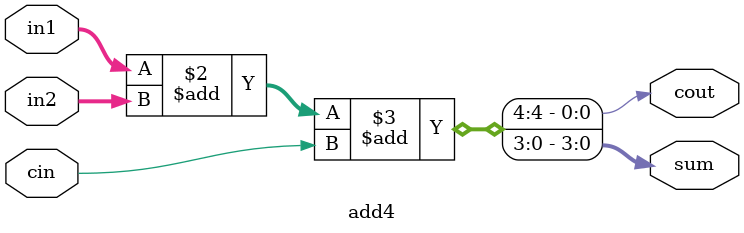
<source format=v>
module add4 (
  input wire [3:0] in1,in2,
  input wire cin,
  output reg [3:0] sum,
  output reg cout);

always@(*) begin
  {cout,sum} = in1 + in2 + cin;
end

endmodule
</source>
